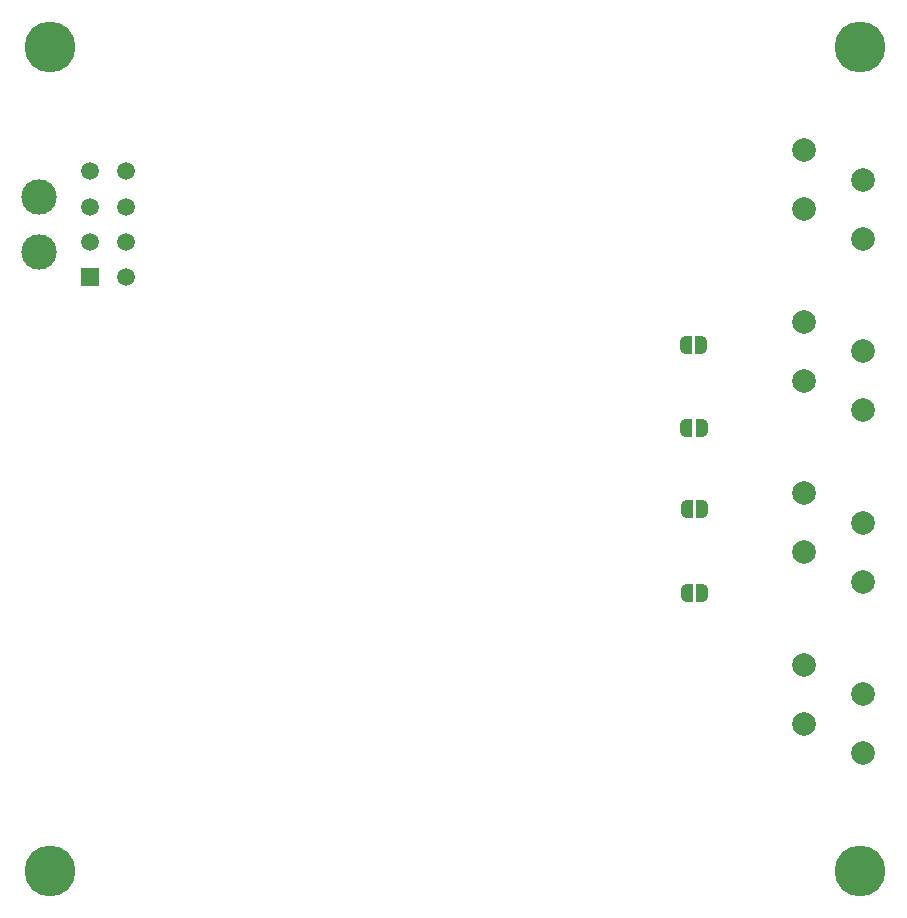
<source format=gbs>
G04 #@! TF.GenerationSoftware,KiCad,Pcbnew,7.0.6-0*
G04 #@! TF.CreationDate,2023-09-08T10:13:38-03:00*
G04 #@! TF.ProjectId,expansao_bateria_rev1.1,65787061-6e73-4616-9f5f-626174657269,rev?*
G04 #@! TF.SameCoordinates,Original*
G04 #@! TF.FileFunction,Soldermask,Bot*
G04 #@! TF.FilePolarity,Negative*
%FSLAX46Y46*%
G04 Gerber Fmt 4.6, Leading zero omitted, Abs format (unit mm)*
G04 Created by KiCad (PCBNEW 7.0.6-0) date 2023-09-08 10:13:38*
%MOMM*%
%LPD*%
G01*
G04 APERTURE LIST*
G04 Aperture macros list*
%AMFreePoly0*
4,1,19,0.500000,-0.750000,0.000000,-0.750000,0.000000,-0.744911,-0.071157,-0.744911,-0.207708,-0.704816,-0.327430,-0.627875,-0.420627,-0.520320,-0.479746,-0.390866,-0.500000,-0.250000,-0.500000,0.250000,-0.479746,0.390866,-0.420627,0.520320,-0.327430,0.627875,-0.207708,0.704816,-0.071157,0.744911,0.000000,0.744911,0.000000,0.750000,0.500000,0.750000,0.500000,-0.750000,0.500000,-0.750000,
$1*%
%AMFreePoly1*
4,1,19,0.000000,0.744911,0.071157,0.744911,0.207708,0.704816,0.327430,0.627875,0.420627,0.520320,0.479746,0.390866,0.500000,0.250000,0.500000,-0.250000,0.479746,-0.390866,0.420627,-0.520320,0.327430,-0.627875,0.207708,-0.704816,0.071157,-0.744911,0.000000,-0.744911,0.000000,-0.750000,-0.500000,-0.750000,-0.500000,0.750000,0.000000,0.750000,0.000000,0.744911,0.000000,0.744911,
$1*%
G04 Aperture macros list end*
%ADD10C,4.300000*%
%ADD11C,2.000000*%
%ADD12C,3.000000*%
%ADD13R,1.520000X1.520000*%
%ADD14C,1.520000*%
%ADD15FreePoly0,0.000000*%
%ADD16FreePoly1,0.000000*%
G04 APERTURE END LIST*
D10*
X5353000Y-5751000D03*
D11*
X74227000Y-51045000D03*
X69227000Y-48545000D03*
X74227000Y-46045000D03*
X69227000Y-43545000D03*
D10*
X73962000Y-75517000D03*
D11*
X74227000Y-36523000D03*
X69227000Y-34023000D03*
X74227000Y-31523000D03*
X69227000Y-29023000D03*
D10*
X73962000Y-5751000D03*
D12*
X4479000Y-18448000D03*
X4479000Y-23128000D03*
D13*
X8799000Y-25288000D03*
D14*
X8799000Y-22288000D03*
X8799000Y-19288000D03*
X8799000Y-16288000D03*
X11799000Y-25288000D03*
X11799000Y-22288000D03*
X11799000Y-19288000D03*
X11799000Y-16288000D03*
D11*
X74227000Y-22001000D03*
X69227000Y-19501000D03*
X74227000Y-17001000D03*
X69227000Y-14501000D03*
X74227000Y-65567000D03*
X69227000Y-63067000D03*
X74227000Y-60567000D03*
X69227000Y-58067000D03*
D10*
X5353000Y-75517000D03*
D15*
X59311000Y-52028000D03*
D16*
X60611000Y-52028000D03*
D15*
X59264000Y-38059000D03*
D16*
X60564000Y-38059000D03*
D15*
X59311000Y-44898000D03*
D16*
X60611000Y-44898000D03*
D15*
X59231000Y-30980000D03*
D16*
X60531000Y-30980000D03*
M02*

</source>
